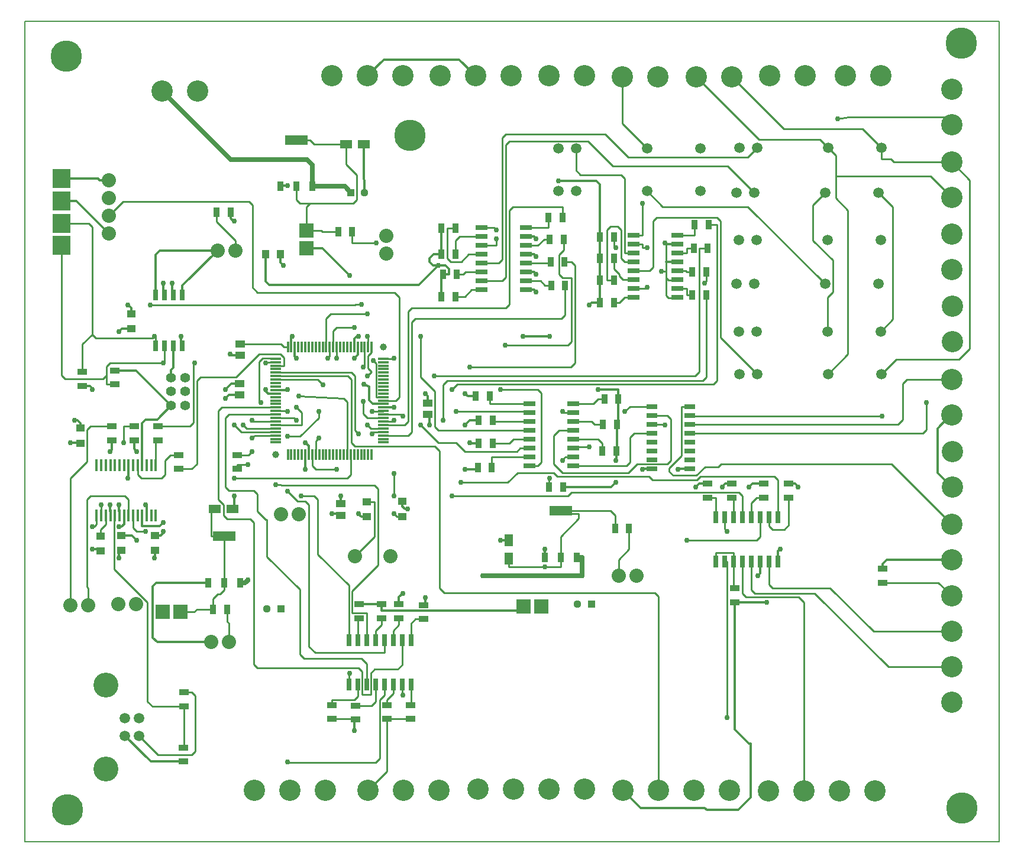
<source format=gbr>
G04 PROTEUS GERBER X2 FILE*
%TF.GenerationSoftware,Labcenter,Proteus,8.9-SP0-Build27865*%
%TF.CreationDate,2020-09-22T21:26:54+00:00*%
%TF.FileFunction,Copper,L1,Top*%
%TF.FilePolarity,Positive*%
%TF.Part,Single*%
%TF.SameCoordinates,{f185f003-b8c0-4bff-ac61-c446508f75ad}*%
%FSLAX45Y45*%
%MOMM*%
G01*
%TA.AperFunction,Conductor*%
%ADD10C,0.304800*%
%ADD11C,0.254000*%
%ADD12C,0.635000*%
%TA.AperFunction,ViaPad*%
%ADD13C,0.762000*%
%TA.AperFunction,SMDPad,CuDef*%
%ADD14R,1.498600X0.304800*%
%ADD15R,0.304800X1.498600*%
%TA.AperFunction,FiducialPad,Global*%
%ADD16C,1.000000*%
%TA.AperFunction,SMDPad,CuDef*%
%ADD17R,1.470000X1.070000*%
%ADD18R,1.016000X1.270000*%
%TA.AperFunction,WasherPad*%
%ADD19C,1.397000*%
%TA.AperFunction,ComponentPad*%
%ADD70C,2.032000*%
%TA.AperFunction,SMDPad,CuDef*%
%ADD71R,1.270000X1.016000*%
%ADD20R,0.939800X1.447800*%
%ADD21R,1.447800X0.939800*%
%TA.AperFunction,ComponentPad*%
%ADD22C,3.048000*%
%TA.AperFunction,SMDPad,CuDef*%
%ADD23R,0.700000X1.550000*%
%AMPPAD016*
4,1,36,
-0.395000,0.655000,
0.395000,0.655000,
0.409310,0.653610,
0.422550,0.649600,
0.434450,0.643230,
0.444760,0.634760,
0.453230,0.624450,
0.459600,0.612550,
0.463610,0.599310,
0.465000,0.585000,
0.465000,-0.585000,
0.463610,-0.599310,
0.459600,-0.612550,
0.453230,-0.624450,
0.444760,-0.634760,
0.434450,-0.643230,
0.422550,-0.649600,
0.409310,-0.653610,
0.395000,-0.655000,
-0.395000,-0.655000,
-0.409310,-0.653610,
-0.422550,-0.649600,
-0.434450,-0.643230,
-0.444760,-0.634760,
-0.453230,-0.624450,
-0.459600,-0.612550,
-0.463610,-0.599310,
-0.465000,-0.585000,
-0.465000,0.585000,
-0.463610,0.599310,
-0.459600,0.612550,
-0.453230,0.624450,
-0.444760,0.634760,
-0.434450,0.643230,
-0.422550,0.649600,
-0.409310,0.653610,
-0.395000,0.655000,
0*%
%TA.AperFunction,SMDPad,CuDef*%
%ADD24PPAD016*%
%AMPPAD017*
4,1,36,
-1.520000,0.655000,
1.520000,0.655000,
1.540450,0.653010,
1.559360,0.647290,
1.576360,0.638190,
1.591090,0.626090,
1.603190,0.611360,
1.612280,0.594360,
1.618010,0.575450,
1.620000,0.555000,
1.620000,-0.555000,
1.618010,-0.575450,
1.612280,-0.594360,
1.603190,-0.611360,
1.591090,-0.626090,
1.576360,-0.638190,
1.559360,-0.647290,
1.540450,-0.653010,
1.520000,-0.655000,
-1.520000,-0.655000,
-1.540450,-0.653010,
-1.559360,-0.647290,
-1.576360,-0.638190,
-1.591090,-0.626090,
-1.603190,-0.611360,
-1.612280,-0.594360,
-1.618010,-0.575450,
-1.620000,-0.555000,
-1.620000,0.555000,
-1.618010,0.575450,
-1.612280,0.594360,
-1.603190,0.611360,
-1.591090,0.626090,
-1.576360,0.638190,
-1.559360,0.647290,
-1.540450,0.653010,
-1.520000,0.655000,
0*%
%ADD25PPAD017*%
%TA.AperFunction,WasherPad*%
%ADD26R,1.120000X1.120000*%
%TA.AperFunction,ComponentPad*%
%ADD27C,1.120000*%
%TA.AperFunction,SMDPad,CuDef*%
%ADD28R,1.803400X1.244600*%
%TA.AperFunction,ComponentPad*%
%ADD29R,2.032000X2.032000*%
%TA.AperFunction,SMDPad,CuDef*%
%ADD72R,1.244600X1.803400*%
%TA.AperFunction,SMDPad,CuDef*%
%ADD73R,1.800000X0.650000*%
%ADD30R,1.520000X0.650000*%
%TA.AperFunction,ComponentPad*%
%ADD31C,1.500000*%
%TA.AperFunction,SMDPad,CuDef*%
%ADD32R,0.650000X1.800000*%
%TA.AperFunction,SMDPad,CuDef*%
%ADD33R,0.457200X1.752600*%
%TA.AperFunction,ComponentPad*%
%ADD34C,3.570000*%
%TA.AperFunction,SMDPad,CuDef*%
%ADD35R,2.500000X2.700000*%
%TA.AperFunction,OtherPad,Unknown*%
%ADD36C,4.500000*%
%TA.AperFunction,Profile*%
%ADD37C,0.203200*%
%TA.AperFunction,NonConductor*%
%ADD38C,0.203200*%
%TD.AperFunction*%
D10*
X-8110500Y+5545000D02*
X-8110500Y+6121400D01*
X-8051900Y+6180000D01*
X-7224000Y+6180000D01*
X-7729501Y+5545000D02*
X-7729500Y+5545000D01*
X-7729501Y+5674499D01*
X-7224000Y+6180000D01*
X-7718148Y-1140709D02*
X-8178291Y-1140709D01*
X-8549000Y-770000D01*
X-7359000Y+1416000D02*
X-8102600Y+1416000D01*
X-8153400Y+1365200D01*
X-8153400Y+635000D01*
X-8088400Y+570000D01*
X-7314000Y+570000D01*
X-8305000Y+2380000D02*
X-8305000Y+2235200D01*
X-8051800Y+2235200D01*
X-8001000Y+2286000D01*
X-7856500Y+4815000D02*
X-7856500Y+4503900D01*
X-7890000Y+4470400D01*
X-7890000Y+4360000D01*
X-9460000Y+7210000D02*
X-8937400Y+7210000D01*
X-8915400Y+7188000D01*
X-8780000Y+7188000D01*
X-8564999Y+2380000D02*
X-8565000Y+2380000D01*
X-8564999Y+2260600D01*
X-8603099Y+2222500D01*
X-8636000Y+2222500D01*
X-5270000Y+4800000D02*
X-5270000Y+4914900D01*
X-5231900Y+4953000D01*
X-5207000Y+4953000D01*
X-6910000Y+4110000D02*
X-7066000Y+4110000D01*
X-7112000Y+4064000D01*
X-6390000Y+4130000D02*
X-6502400Y+4130000D01*
X-6540500Y+4168100D01*
X-6540500Y+4191000D01*
X-5920000Y+3260000D02*
X-5920000Y+3380000D01*
X-5969000Y+3429000D01*
X-4580000Y+2583360D02*
X-4580000Y+2514600D01*
X-4541900Y+2476500D01*
X-4508500Y+2476500D01*
X-8120000Y+2100000D02*
X-8039100Y+2100000D01*
X-8001000Y+2138100D01*
X-8001000Y+2159000D01*
X-5130000Y+7700000D02*
X-5130000Y+7198200D01*
X-5120000Y+7188200D01*
X-5120000Y+7010000D01*
X+540500Y+1725000D02*
X+540500Y+1556500D01*
X+508000Y+1524000D01*
X-6326640Y+6130000D02*
X-6326640Y+6009140D01*
X-6286500Y+5969000D01*
X-8460000Y+5273360D02*
X-8460000Y+5359400D01*
X-8498100Y+5397500D01*
X-8509000Y+5397500D01*
X+794500Y+1725000D02*
X+794500Y+1874000D01*
X+825500Y+1905000D01*
X-5090000Y+2366640D02*
X-5168900Y+2366640D01*
X-5207000Y+2404740D01*
X-5207000Y+2413000D01*
X-7010000Y+2480000D02*
X-6985000Y+2480000D01*
X-6985000Y+2667000D01*
X-4220000Y+3994000D02*
X-4220000Y+4093000D01*
X-4254500Y+4127500D01*
X-8600000Y+1886640D02*
X-8610600Y+1886640D01*
X-8636000Y+1861240D01*
X-8636000Y+1778000D01*
X-5460000Y+2386000D02*
X-5461000Y+2386000D01*
X-5488000Y+2413000D01*
X-5588000Y+2413000D01*
X-8900000Y+1876640D02*
X-8915400Y+1876640D01*
X-8943760Y+1905000D01*
X-9017000Y+1905000D01*
X-6900000Y+4678000D02*
X-7027500Y+4678000D01*
X-7048500Y+4699000D01*
X-7856501Y+5545000D02*
X-7856500Y+5545000D01*
X-7856501Y+5588000D01*
X-7874000Y+5605499D01*
X-7874000Y+5715000D01*
X-8240000Y+2380000D02*
X-8240000Y+2525000D01*
X-8255000Y+2540000D01*
X-6329000Y+7096000D02*
X-6329000Y+7112000D01*
X-6223000Y+7112000D01*
X-8500000Y+3100000D02*
X-8500000Y+2930000D01*
X-8509000Y+2921000D01*
X-6170000Y+4800000D02*
X-6170000Y+4942500D01*
X-6159500Y+4953000D01*
X-9190000Y+3420000D02*
X-9194800Y+3420000D01*
X-9203800Y+3429000D01*
X-9334500Y+3429000D01*
X-1011000Y+3055500D02*
X-1135500Y+3055500D01*
X-1143000Y+3048000D01*
X-8759999Y+2380000D02*
X-8760000Y+2380000D01*
X-8759999Y+2438400D01*
X-8763000Y+2441401D01*
X-8763000Y+2540000D01*
X-2543000Y+1786000D02*
X-2543000Y+1803400D01*
X-2540000Y+1806400D01*
X-2540000Y+1905000D01*
X-3054000Y+2030000D02*
X-3054000Y+2057400D01*
X-3079400Y+2032000D01*
X-3175000Y+2032000D01*
X-8700000Y+4460000D02*
X-8390000Y+4460000D01*
X-7890000Y+3960000D01*
X-8305000Y+3100000D02*
X-8305000Y+3708400D01*
X-8254200Y+3759200D01*
X-8090800Y+3759200D01*
X-7890000Y+3960000D01*
X-9460000Y+6890000D02*
X-9244000Y+6890000D01*
X-8780000Y+6426000D01*
X-6910000Y+4274000D02*
X-7029000Y+4274000D01*
X-7112000Y+4191000D01*
X-8600000Y+2100000D02*
X-8450000Y+2100000D01*
X-8382000Y+2032000D01*
X-3490000Y+3750000D02*
X-3616000Y+3750000D01*
X-3683000Y+3683000D01*
X+590000Y+2840000D02*
X+427000Y+2840000D01*
X+381000Y+2794000D01*
X-4630000Y+1110000D02*
X-4630000Y+1212000D01*
X-4572000Y+1270000D01*
X-5220000Y+4800000D02*
X-5220000Y+4686000D01*
X-5270500Y+4635500D01*
X-210000Y+2840000D02*
X-335000Y+2840000D01*
X-381000Y+2794000D01*
X-8460000Y+5060000D02*
X-8592500Y+5060000D01*
X-8636000Y+5016500D01*
X-7040000Y+6730000D02*
X-7040000Y+6642100D01*
X-7001900Y+6604000D01*
X-6985000Y+6604000D01*
X-8120000Y+1886640D02*
X-8120000Y+1786000D01*
X-8128000Y+1778000D01*
X-8420000Y+3460000D02*
X-8420000Y+3340000D01*
X-8382000Y+3302000D01*
X+130000Y+2840000D02*
X+38100Y+2840000D01*
X+0Y+2801900D01*
X+0Y+2794000D01*
X+950000Y+2840000D02*
X+1041400Y+2840000D01*
X+1079500Y+2801900D01*
X+1079500Y+2794000D01*
X-3530000Y+4090000D02*
X-3645500Y+4090000D01*
X-3683000Y+4127500D01*
X-5250000Y-540000D02*
X-5283200Y-540000D01*
X-5270500Y-552700D01*
X-5270500Y-698500D01*
X-4220000Y+3830000D02*
X-4191000Y+3830000D01*
X-4191000Y+3683000D01*
X-2815000Y+5869500D02*
X-2694500Y+5869500D01*
X-2667000Y+5842000D01*
X-2815000Y+6123500D02*
X-2694500Y+6123500D01*
X-2667000Y+6096000D01*
X-2815000Y+6377500D02*
X-2694500Y+6377500D01*
X-2667000Y+6350000D01*
X-2815000Y+5615500D02*
X-2694500Y+5615500D01*
X-2667000Y+5588000D01*
X-3500000Y+3070000D02*
X-3500000Y+3048000D01*
X-3683000Y+3048000D01*
X-6120000Y+4800000D02*
X-6120000Y+4659500D01*
X-6096000Y+4635500D01*
X-8740000Y+3460000D02*
X-8740000Y+3325000D01*
X-8763000Y+3302000D01*
X-7983500Y+5545000D02*
X-7983500Y+5588000D01*
X-8001000Y+5605500D01*
X-8001000Y+5715000D01*
X-4280000Y+1100000D02*
X-4241800Y+1100000D01*
X-4254500Y+1112700D01*
X-4254500Y+1206500D01*
X-7729500Y+4815000D02*
X-7729500Y+4851400D01*
X-7747000Y+4868900D01*
X-7747000Y+4953000D01*
X-9190000Y+3633360D02*
X-9190000Y+3708400D01*
X-9228100Y+3746500D01*
X-9271000Y+3746500D01*
X-6390000Y+4180000D02*
X-6234000Y+4180000D01*
X-6223000Y+4191000D01*
X-9160000Y+4240000D02*
X-9055100Y+4240000D01*
X-9017000Y+4201900D01*
X-9017000Y+4191000D01*
X-3490000Y+3420000D02*
X-3610500Y+3420000D01*
X-3619500Y+3429000D01*
X-4850000Y+3930000D02*
X-4706000Y+3930000D01*
X-4699000Y+3937000D01*
X-8629999Y+2380000D02*
X-8630000Y+2380000D01*
X-8629999Y+2438400D01*
X-8636000Y+2444401D01*
X-8636000Y+2540000D01*
X-5970000Y+3260000D02*
X-5970000Y+3049000D01*
X-5969000Y+3048000D01*
X-5460000Y+2550000D02*
X-5486400Y+2550000D01*
X-5461000Y+2575400D01*
X-5461000Y+2667000D01*
D11*
X-5899200Y+6858000D02*
X-6049200Y+6858000D01*
X-6100000Y+6908800D01*
X-6100000Y+7096000D01*
X-5950000Y+6464000D02*
X-5950000Y+6807200D01*
X-5899200Y+6858000D01*
X-5390000Y+7700000D02*
X-5390000Y+7416800D01*
X-5232400Y+7259200D01*
X-5232400Y+6908800D01*
X-5283200Y+6858000D01*
X-5899200Y+6858000D01*
X-5390000Y+7700000D02*
X-5842000Y+7700000D01*
X-5906000Y+7764000D01*
X-6100000Y+7764000D01*
X-5950000Y+6464000D02*
X-5740400Y+6464000D01*
X-5726400Y+6450000D01*
X-5500000Y+6450000D01*
X-7130000Y+1416000D02*
X-7130000Y+1319640D01*
X-7188200Y+1261440D01*
X-7222360Y+1261440D01*
X-7290000Y+1193800D01*
X-7290000Y+1040000D01*
X-7130000Y+2084000D02*
X-7319940Y+2084000D01*
X-7319940Y+2480000D01*
X-7270000Y+2480000D01*
X-7290000Y+1040000D02*
X-7518400Y+1040000D01*
X-7558400Y+1000000D01*
X-7756000Y+1000000D01*
X-7130000Y+1416000D02*
X-7130000Y+2084000D01*
X-7090000Y+1040000D02*
X-7090000Y+868200D01*
X-7060000Y+838200D01*
X-7060000Y+570000D01*
X-4953000Y+6286500D02*
X-5300000Y+6286500D01*
X-5300000Y+6450000D01*
X-6900000Y+4842000D02*
X-6315800Y+4842000D01*
X-6273800Y+4800000D01*
X-6220000Y+4800000D01*
X-7240000Y+6730000D02*
X-7240000Y+6594600D01*
X-6970000Y+6324600D01*
X-6970000Y+6180000D01*
X-1397000Y+3873500D02*
X-1326000Y+3944500D01*
X-1011000Y+3944500D01*
X-2286000Y+3873500D02*
X-2270000Y+3857500D01*
X-2135000Y+3857500D01*
X-1011000Y+3817500D02*
X-787400Y+3817500D01*
X-736600Y+3766700D01*
X-736600Y+3175000D01*
X-792600Y+3119000D01*
X-1224400Y+3119000D01*
X-1346200Y+2997200D01*
X-2286000Y+2997200D01*
X-2413000Y+3124200D01*
X-2413000Y+3530600D01*
X-2340100Y+3603500D01*
X-2135000Y+3603500D01*
X-1905000Y+3365500D02*
X-2066800Y+3365500D01*
X-2082800Y+3349500D01*
X-2135000Y+3349500D01*
X-825500Y+3683000D02*
X-833000Y+3690500D01*
X-1011000Y+3690500D01*
X-2135000Y+3095500D02*
X-1371600Y+3095500D01*
X-1320800Y+3146300D01*
X-1320800Y+3505200D01*
X-1262500Y+3563500D01*
X-1011000Y+3563500D01*
X-2765000Y+3984500D02*
X-3330000Y+3984500D01*
X-3330000Y+4090000D01*
X-2765000Y+3730500D02*
X-3290000Y+3730500D01*
X-3290000Y+3750000D01*
X-2765000Y+3476500D02*
X-2991500Y+3476500D01*
X-3048000Y+3420000D01*
X-3290000Y+3420000D01*
X-2765000Y+3222500D02*
X-3300000Y+3222500D01*
X-3300000Y+3070000D01*
X-2135000Y+3984500D02*
X-1843500Y+3984500D01*
X-1778000Y+4050000D01*
X-1690000Y+4050000D01*
X-2135000Y+3730500D02*
X-1869300Y+3730500D01*
X-1828800Y+3690000D01*
X-1710000Y+3690000D01*
X-2135000Y+3476500D02*
X-1778000Y+3476500D01*
X-1720000Y+3418500D01*
X-1720000Y+3310000D01*
X-2286000Y+3175000D02*
X-2286000Y+3184400D01*
X-2247900Y+3222500D01*
X-2135000Y+3222500D01*
X-2476500Y+2921000D02*
X-2480000Y+2917500D01*
X-2480000Y+2790000D01*
X-1079500Y+5651500D02*
X-1098500Y+5632500D01*
X-1275000Y+5632500D01*
X-1275000Y+5886500D02*
X-1041400Y+5886500D01*
X-990600Y+5937300D01*
X-990600Y+6604000D01*
X-939800Y+6654800D01*
X-76200Y+6654800D01*
X-25400Y+6604000D01*
X-25400Y+4933400D01*
X+498000Y+4410000D01*
X-1275000Y+6140500D02*
X-1397000Y+6140500D01*
X-1397000Y+7213600D01*
X-1447800Y+7264400D01*
X-2032000Y+7264400D01*
X-2092000Y+7324400D01*
X-2092000Y+7640000D01*
X-1143000Y+6858000D02*
X-1143000Y+6394500D01*
X-1275000Y+6394500D01*
X-645000Y+5632500D02*
X-508000Y+5632500D01*
X-508000Y+5540000D01*
X-430000Y+5540000D01*
X-645000Y+5886500D02*
X-524500Y+5886500D01*
X-508000Y+5870000D01*
X-430000Y+5870000D01*
X-645000Y+6140500D02*
X-508000Y+6140500D01*
X-508000Y+6210000D01*
X-410000Y+6210000D01*
X-645000Y+6394500D02*
X-400000Y+6394500D01*
X-400000Y+6550000D01*
X-1275000Y+5505500D02*
X-1397700Y+5505500D01*
X-1473200Y+5430000D01*
X-1550000Y+5430000D01*
X-1275000Y+5759500D02*
X-1422400Y+5759500D01*
X-1473200Y+5810300D01*
X-1473200Y+5841400D01*
X-1550000Y+5918200D01*
X-1550000Y+6070000D01*
X-1275000Y+6013500D02*
X-1397000Y+6013500D01*
X-1447800Y+6064300D01*
X-1447800Y+6477000D01*
X-1498600Y+6527800D01*
X-1600200Y+6527800D01*
X-1651000Y+6477000D01*
X-1651000Y+5750000D01*
X-1550000Y+5750000D01*
X-1524000Y+6223000D02*
X-1550000Y+6249000D01*
X-1550000Y+6370000D01*
X-1079500Y+6223000D02*
X-1143000Y+6223000D01*
X-1143000Y+6267500D01*
X-1275000Y+6267500D01*
X+159500Y+1725000D02*
X+159500Y+1347100D01*
X+152400Y+1340000D01*
X+180000Y+1340000D01*
X+159500Y+1725000D02*
X+159500Y+1854200D01*
X-94500Y+1854200D01*
X-94500Y+1725000D01*
X-94500Y+2355000D02*
X-94500Y+2640000D01*
X-210000Y+2640000D01*
X+159500Y+2355000D02*
X+159500Y+2640000D01*
X+130000Y+2640000D01*
X+413500Y+2355000D02*
X+413500Y+2565400D01*
X+488100Y+2640000D01*
X+590000Y+2640000D01*
X+667500Y+2355000D02*
X+667500Y+2235200D01*
X+718300Y+2184400D01*
X+889000Y+2184400D01*
X+950000Y+2245400D01*
X+950000Y+2640000D01*
X-3445000Y+5742500D02*
X-3149600Y+5742500D01*
X-3098800Y+5793300D01*
X-3098800Y+7696200D01*
X-3048000Y+7747000D01*
X-1924789Y+7747000D01*
X-1568377Y+7390588D01*
X+77412Y+7390588D01*
X+458000Y+7010000D01*
X-3445000Y+5996500D02*
X-3200400Y+5996500D01*
X-3149600Y+6047300D01*
X-3149600Y+7797800D01*
X-3098800Y+7848600D01*
X-1676400Y+7848600D01*
X-1346200Y+7518400D01*
X+366400Y+7518400D01*
X+498000Y+7650000D01*
X-3238500Y+6350000D02*
X-3238500Y+6250500D01*
X-3445000Y+6250500D01*
X-3238500Y+6477000D02*
X-3266000Y+6504500D01*
X-3445000Y+6504500D01*
X-2815000Y+5742500D02*
X-2602500Y+5742500D01*
X-2540000Y+5680000D01*
X-2450000Y+5680000D01*
X-2815000Y+5996500D02*
X-2460000Y+5996500D01*
X-2460000Y+6020000D01*
X-2815000Y+6250500D02*
X-2641600Y+6250500D01*
X-2552100Y+6340000D01*
X-2470000Y+6340000D01*
X-2815000Y+6504500D02*
X-2490000Y+6504500D01*
X-2490000Y+6650000D01*
X-3445000Y+5615500D02*
X-3587500Y+5615500D01*
X-3683000Y+5520000D01*
X-3820000Y+5520000D01*
X-3445000Y+5869500D02*
X-3678900Y+5869500D01*
X-3708400Y+5840000D01*
X-3800000Y+5840000D01*
X-3445000Y+6123500D02*
X-3630100Y+6123500D01*
X-3733800Y+6019800D01*
X-3886200Y+6019800D01*
X-3937000Y+6070600D01*
X-3937000Y+6500000D01*
X-3820000Y+6500000D01*
X-3445000Y+6377500D02*
X-3759200Y+6377500D01*
X-3820000Y+6316700D01*
X-3820000Y+6130000D01*
X+2290000Y+1420000D02*
X+3090000Y+1420000D01*
X+3280000Y+1230000D01*
X-4455500Y+595000D02*
X-4455500Y+838200D01*
X-4393700Y+900000D01*
X-4280000Y+900000D01*
X-4709501Y+595000D02*
X-4709500Y+595000D01*
X-4709501Y+736600D01*
X-4630000Y+816101D01*
X-4630000Y+910000D01*
X-4963500Y+595000D02*
X-4963500Y+736600D01*
X-4880000Y+820100D01*
X-4880000Y+910000D01*
X-5217500Y+595000D02*
X-5217500Y+910000D01*
X-5200000Y+910000D01*
X-4455500Y-35000D02*
X-4455500Y-330000D01*
X-4460000Y-330000D01*
X-4709500Y-35000D02*
X-4709500Y-163500D01*
X-4800000Y-254000D01*
X-4800000Y-330000D01*
X-4963499Y-35000D02*
X-4963500Y-35000D01*
X-4963499Y-279400D01*
X-5024099Y-340000D01*
X-5250000Y-340000D01*
X-5217500Y-35000D02*
X-5217500Y-203200D01*
X-5268300Y-254000D01*
X-5590000Y-254000D01*
X-5590000Y-330000D01*
X-2314000Y+1786000D02*
X-2314000Y+2082800D01*
X-2057400Y+2339400D01*
X-2057400Y+2413360D01*
X-2314000Y+2413360D01*
X-2314000Y+2454000D01*
X-1602400Y+2454000D01*
X-1536000Y+2387600D01*
X-1536000Y+2200000D01*
X-2540000Y+1651000D02*
X-3054000Y+1651000D01*
X-3054000Y+1770000D01*
X-2314000Y+1786000D02*
X-2314000Y+1651000D01*
X-2413000Y+1651000D01*
X-2540000Y+1651000D01*
X-1336000Y+2200000D02*
X-1336000Y+1900600D01*
X-1484000Y+1752600D01*
X-1484000Y+1520000D01*
X-8110000Y+3100000D02*
X-8110000Y+3460000D01*
X-8080000Y+3460000D01*
X-8370000Y+3100000D02*
X-8370000Y+2971800D01*
X-8319200Y+2921000D01*
X-8026400Y+2921000D01*
X-7975600Y+2971800D01*
X-7975600Y+3175000D01*
X-7900600Y+3250000D01*
X-7780000Y+3250000D01*
X-8255000Y+2159000D02*
X-8384200Y+2159000D01*
X-8435000Y+2209800D01*
X-8435000Y+2380000D01*
X-8500000Y+2380000D02*
X-8500000Y+2616200D01*
X-8550800Y+2667000D01*
X-9042400Y+2667000D01*
X-9093200Y+2616200D01*
X-9093200Y+1363400D01*
X-9076000Y+1346200D01*
X-9076000Y+1100000D01*
X-8824999Y+2380000D02*
X-8825000Y+2380000D01*
X-8824999Y+2259401D01*
X-8900000Y+2184400D01*
X-8900000Y+2090000D01*
X-8572500Y+3429000D02*
X-8572500Y+3660000D01*
X-8420000Y+3660000D01*
X-8740000Y+3660000D02*
X-9042400Y+3660000D01*
X-9093200Y+3609200D01*
X-9093200Y+3157800D01*
X-9330000Y+2921000D01*
X-9330000Y+1100000D01*
X-7708148Y-150709D02*
X-7594600Y-150709D01*
X-7543800Y-201509D01*
X-7543800Y-990600D01*
X-7594600Y-1041400D01*
X-8077600Y-1041400D01*
X-8349000Y-770000D01*
X-4800000Y-530001D02*
X-4800000Y-530000D01*
X-5070000Y-1550000D02*
X-4800000Y-1280000D01*
X-4800000Y-530001D01*
X-4699000Y-530001D01*
X-4698999Y-530000D01*
X-4460000Y-530000D01*
D10*
X-2844000Y+1080000D02*
X-2901470Y+1022530D01*
X-4880000Y+1022530D01*
X-4880000Y+1110000D01*
X-3532000Y+8680000D02*
X-3767400Y+8915400D01*
X-4846600Y+8915400D01*
X-5082000Y+8680000D01*
X-1750000Y+5750000D02*
X-1750000Y+6070000D01*
X-1750000Y+5430000D02*
X-1750000Y+5750000D01*
X-4880000Y+1110000D02*
X-5080000Y+1110000D01*
X-5080001Y+1109999D01*
X-5200000Y+1109999D01*
X-5200000Y+1110000D01*
X-1750000Y+6370000D02*
X-1750000Y+6070000D01*
X-1750000Y+6370000D02*
X-1750000Y+7122100D01*
X-1803400Y+7175500D01*
X-2349500Y+7175500D01*
X-2476500Y+4953000D02*
X-2857500Y+4953000D01*
X-1750000Y+5430000D02*
X-1872500Y+5430000D01*
X-1905000Y+5397500D01*
X-4064000Y+5969000D02*
X-4343400Y+5689600D01*
X-6489200Y+5689600D01*
X-6540000Y+5740400D01*
X-6540000Y+6130000D01*
X-1490000Y+4050000D02*
X-1490000Y+4191000D01*
X-1778000Y+4191000D01*
X-4020000Y+6130000D02*
X-4131600Y+6130000D01*
X-4191000Y+6070600D01*
X-4191000Y+6019800D01*
X-4140200Y+5969000D01*
X-4064000Y+5969000D01*
X-4000000Y+5840000D02*
X-3911600Y+5840000D01*
X-3911600Y+5918200D01*
X-3962400Y+5969000D01*
X-4064000Y+5969000D01*
X-1490000Y+4050000D02*
X-1490000Y+3728400D01*
X-1510000Y+3708400D01*
X-1510000Y+3690000D01*
X-4000000Y+5840000D02*
X-4020000Y+5840000D01*
X-4020000Y+5520000D01*
X-1510000Y+3690000D02*
X-1510000Y+3337400D01*
X-1520000Y+3327400D01*
X-1520000Y+3310000D01*
X-4020000Y+6130000D02*
X-4020000Y+6500000D01*
X-1524000Y+2857500D02*
X-1591500Y+2790000D01*
X-2280000Y+2790000D01*
X+180000Y+1140000D02*
X+632000Y+1140000D01*
X+635000Y+1143000D01*
X-1520000Y+3310000D02*
X-1520000Y+3179000D01*
X-1524000Y+3175000D01*
X-635000Y+3048000D02*
X-627500Y+3055500D01*
X-469000Y+3055500D01*
D11*
X+63500Y-508000D02*
X+63500Y+1725000D01*
X+32500Y+1725000D01*
X+667500Y+1725000D02*
X+667500Y+1397000D01*
X+718300Y+1346200D01*
X+1537657Y+1346200D01*
X+2161857Y+722000D01*
X+3280000Y+722000D01*
X+286500Y+1725000D02*
X+286500Y+1270000D01*
X+337300Y+1219200D01*
X+1092200Y+1219200D01*
X+1168000Y+1143400D01*
X+1168000Y-1560000D01*
X-6731000Y+3746500D02*
X-6714500Y+3730000D01*
X-6390000Y+3730000D01*
X-5207000Y+3556000D02*
X-5257800Y+3606800D01*
X-5257800Y+4379200D01*
X-5308600Y+4430000D01*
X-6390000Y+4430000D01*
X-5715000Y+4254500D02*
X-5790500Y+4330000D01*
X-6390000Y+4330000D01*
X-508000Y+2032000D02*
X+489700Y+2032000D01*
X+540500Y+2082800D01*
X+540500Y+2355000D01*
X-5270500Y+5080000D02*
X-5519200Y+5080000D01*
X-5570000Y+5029200D01*
X-5570000Y+4800000D01*
X-6390000Y+4380000D02*
X-5359400Y+4380000D01*
X-5308600Y+4329200D01*
X-5308600Y+3429000D01*
X-5257800Y+3378200D01*
X-4114800Y+3378200D01*
X-4046852Y+3310252D01*
X-4046852Y+1346200D01*
X-3978867Y+1278215D01*
X-965200Y+1278215D01*
X-912000Y+1225015D01*
X-912000Y-1550000D01*
X-6604000Y+4000500D02*
X-6629400Y+4025900D01*
X-6629400Y+4587240D01*
X-6578600Y+4638040D01*
X-6390000Y+4638040D01*
X-6390000Y+4630000D01*
X+413500Y+1725000D02*
X+413500Y+1320800D01*
X+464300Y+1270000D01*
X+1323302Y+1270000D01*
X+2379302Y+214000D01*
X+3280000Y+214000D01*
X-5080000Y+5270500D02*
X-5606500Y+5270500D01*
X-5670000Y+5207000D01*
X-5670000Y+4800000D01*
X+63500Y+2159000D02*
X+32500Y+2190000D01*
X+32500Y+2355000D01*
X-3873500Y+2667000D02*
X-2209800Y+2667000D01*
X-2159000Y+2717800D01*
X+235700Y+2717800D01*
X+286500Y+2667000D01*
X+286500Y+2355000D01*
X-5651500Y+4635500D02*
X-5620000Y+4667000D01*
X-5620000Y+4800000D01*
X-6731000Y+3492500D02*
X-6693500Y+3530000D01*
X-6390000Y+3530000D01*
X-6731000Y+3302000D02*
X-6783000Y+3250000D01*
X-6940000Y+3250000D01*
X-6985000Y+3683000D02*
X-6882000Y+3580000D01*
X-6390000Y+3580000D01*
X-6858000Y+3683000D02*
X-6805000Y+3630000D01*
X-6390000Y+3630000D01*
X+2286000Y+3810000D02*
X-424300Y+3810000D01*
X-431800Y+3817500D01*
X-469000Y+3817500D01*
X+2921000Y+4000500D02*
X+2921000Y+3614300D01*
X+2870200Y+3563500D01*
X-469000Y+3563500D01*
X-5090500Y-35000D02*
X-5090499Y-35000D01*
X-6096000Y+3746500D02*
X-6129500Y+3780000D01*
X-6390000Y+3780000D01*
X-5334000Y+127000D02*
X-5344500Y+116500D01*
X-5344500Y-35000D01*
X-6390000Y+3930000D02*
X-7162800Y+3930000D01*
X-7213600Y+3879200D01*
X-7213600Y+2616200D01*
X-7137400Y+2540000D01*
X-7137400Y+2387600D01*
X-7086600Y+2336800D01*
X-6756400Y+2336800D01*
X-6705600Y+2286000D01*
X-6705600Y+254000D01*
X-6654800Y+203200D01*
X-5207000Y+203200D01*
X-5156200Y+152400D01*
X-5156200Y-177800D01*
X-5029200Y-177800D01*
X-5029200Y+127000D01*
X-4977014Y+179186D01*
X-4648200Y+179186D01*
X-4582500Y+244886D01*
X-4582500Y+595000D01*
X-4836500Y+595000D02*
X-4836501Y+595000D01*
X-4572000Y-190500D02*
X-4582500Y-180000D01*
X-4582500Y-35000D01*
X-6223000Y-1143000D02*
X-6214048Y-1151952D01*
X-4961952Y-1151952D01*
X-4902200Y-1092200D01*
X-4902200Y-254000D01*
X-4836500Y-188300D01*
X-4836500Y-35000D01*
X-4318000Y+4953000D02*
X-4318000Y+4368800D01*
X-4114800Y+4165600D01*
X-4114800Y+3654300D01*
X-4064000Y+3603500D01*
X-2765000Y+3603500D01*
X-5080000Y+4953000D02*
X-5070000Y+4943000D01*
X-5070000Y+4800000D01*
X-4318000Y+3683000D02*
X-4064000Y+3429000D01*
X-3810000Y+3429000D01*
X-3683000Y+3302000D01*
X-2943100Y+3302000D01*
X-2895600Y+3349500D01*
X-2765000Y+3349500D01*
X-3175000Y+4191000D02*
X-2641600Y+4191000D01*
X-2590800Y+4140200D01*
X-2590800Y+3146300D01*
X-2641600Y+3095500D01*
X-2765000Y+3095500D01*
X-4699000Y+4635500D02*
X-4704500Y+4630000D01*
X-4850000Y+4630000D01*
X-7708148Y-350709D02*
X-8158291Y-350709D01*
X-8229600Y-279400D01*
X-8229600Y+1143000D01*
X-8702040Y+1615440D01*
X-8702040Y+2380000D01*
X-8695000Y+2380000D01*
X-8694999Y+2380000D01*
X-7708148Y-350709D02*
X-7708148Y-928761D01*
X-7696200Y-940709D01*
X-7718148Y-940709D01*
X-6540500Y+4572000D02*
X-6532500Y+4580000D01*
X-6390000Y+4580000D01*
X-7556500Y+4572000D02*
X-7569200Y+4559300D01*
X-7569200Y+3710800D01*
X-7620000Y+3660000D01*
X-8080000Y+3660000D01*
X-4850000Y+4030000D02*
X-4673600Y+4030000D01*
X-4622800Y+4080800D01*
X-4622800Y+5511800D01*
X-4688969Y+5577969D01*
X-6654800Y+5577969D01*
X-6726035Y+5649204D01*
X-6726035Y+6832600D01*
X-6776835Y+6883400D01*
X-8576600Y+6883400D01*
X-8780000Y+6680000D01*
X+1474000Y+7010000D02*
X+1295400Y+6831400D01*
X+1295400Y+6324600D01*
X+1580950Y+6039050D01*
X+1580950Y+5588000D01*
X+1504000Y+5511050D01*
X+1504000Y+5020000D01*
X+2236000Y+7010000D02*
X+2438400Y+6807600D01*
X+2438400Y+5192400D01*
X+2266000Y+5020000D01*
X+1514000Y+7650000D02*
X+1391600Y+7772400D01*
X+527600Y+7772400D01*
X-370000Y+8670000D01*
X+2276000Y+7650000D02*
X+2001200Y+7924800D01*
X+883200Y+7924800D01*
X+138000Y+8670000D01*
X-1076000Y+7640000D02*
X-1430000Y+7994000D01*
X-1430000Y+8670000D01*
X+1474000Y+5700000D02*
X+366800Y+6807200D01*
X-853200Y+6807200D01*
X-1076000Y+7030000D01*
X-8813800Y+4394200D02*
X-8864600Y+4343400D01*
X-9409200Y+4343400D01*
X-9460000Y+4394200D01*
X-9460000Y+6250000D01*
X-8001000Y+4572000D02*
X-8763000Y+4572000D01*
X-8813800Y+4521200D01*
X-8813800Y+4394200D01*
X-8813800Y+4260000D01*
X-8700000Y+4260000D01*
X-8001000Y+4572000D02*
X-7988300Y+4584700D01*
X-7988300Y+4815000D01*
X-7983500Y+4815000D01*
X-7983499Y+4815000D01*
X-9017000Y+4978400D02*
X-9017000Y+6519200D01*
X-9067800Y+6570000D01*
X-9460000Y+6570000D01*
X-6985000Y+2921000D02*
X-5370800Y+2921000D01*
X-5320000Y+2971800D01*
X-5320000Y+3260000D01*
X-9017000Y+4978400D02*
X-9160000Y+4835400D01*
X-9160000Y+4440000D01*
X-8128000Y+4953000D02*
X-8153400Y+4927600D01*
X-8966200Y+4927600D01*
X-9017000Y+4978400D01*
X-8128000Y+4953000D02*
X-8110499Y+4935499D01*
X-8110500Y+4815000D01*
X-8110499Y+4815000D01*
X-2250000Y+5680000D02*
X-2250000Y+5257800D01*
X-2300800Y+5207000D01*
X-4394200Y+5207000D01*
X-4445000Y+5156200D01*
X-4445000Y+3581400D01*
X-4496400Y+3530000D01*
X-4850000Y+3530000D01*
X-3619500Y+4508500D02*
X-2171700Y+4508500D01*
X-2108200Y+4572000D01*
X-2108200Y+5969200D01*
X-2159000Y+6020000D01*
X-2260000Y+6020000D01*
X-5016500Y+3556000D02*
X-4992500Y+3580000D01*
X-4850000Y+3580000D01*
X-3111500Y+4826000D02*
X-2209800Y+4826000D01*
X-2159000Y+4876800D01*
X-2159000Y+5791200D01*
X-2286000Y+5791200D01*
X-2336800Y+5842000D01*
X-2336800Y+6121400D01*
X-2270000Y+6188200D01*
X-2270000Y+6340000D01*
X-5080000Y+3683000D02*
X-5027000Y+3630000D01*
X-4850000Y+3630000D01*
X-4850000Y+3680000D02*
X-4546600Y+3680000D01*
X-4495800Y+3730800D01*
X-4495800Y+5308600D01*
X-4445000Y+5359400D01*
X-3098800Y+5359400D01*
X-3048000Y+5410200D01*
X-3048000Y+6756400D01*
X-2997200Y+6807200D01*
X-2290000Y+6807200D01*
X-2290000Y+6650000D01*
X-4000500Y+3746500D02*
X-4000500Y+4254500D01*
X-3937000Y+4318000D01*
X-280800Y+4318000D01*
X-230000Y+4368800D01*
X-230000Y+5540000D01*
X-4699000Y+3746500D02*
X-4715500Y+3730000D01*
X-4850000Y+3730000D01*
X-4127500Y+4381500D02*
X-393700Y+4381500D01*
X-330200Y+4445000D01*
X-330200Y+6210000D01*
X-210000Y+6210000D01*
X-4572000Y+3810000D02*
X-4592000Y+3830000D01*
X-4850000Y+3830000D01*
X-3873500Y+4191000D02*
X-3797300Y+4267200D01*
X-127000Y+4267200D01*
X-76200Y+4318000D01*
X-76200Y+6550000D01*
X-200000Y+6550000D01*
X-5016500Y+3873500D02*
X-4850000Y+3873500D01*
X-4850000Y+3880000D01*
X-6390000Y+4530000D02*
X-6273800Y+4530000D01*
X-6273800Y+4648200D01*
X-6324600Y+4699000D01*
X-6629400Y+4699000D01*
X-6959600Y+4368800D01*
X-7467600Y+4368800D01*
X-7518400Y+4318000D01*
X-7518400Y+3124200D01*
X-7592600Y+3050000D01*
X-7780000Y+3050000D01*
X-8890000Y+2540000D02*
X-8890000Y+2438401D01*
X-8889999Y+2438400D01*
X-8890000Y+2380000D01*
X-8889999Y+2380000D01*
X-9017000Y+2222500D02*
X-8993099Y+2222500D01*
X-8954999Y+2260600D01*
X-8955000Y+2380000D01*
X-8954999Y+2380000D01*
D12*
X-5871000Y+7096000D02*
X-5871000Y+7407832D01*
X-5943600Y+7480432D01*
X-7036770Y+7480432D01*
X-8019423Y+8463085D01*
X-5871000Y+7096000D02*
X-5406000Y+7096000D01*
X-5320000Y+7010000D01*
X-2006600Y+1524000D02*
X-2006600Y+1786000D01*
X-2085000Y+1786000D01*
X-3429000Y+1524000D02*
X-2006600Y+1524000D01*
X-6794500Y+1460500D02*
X-6794500Y+1454100D01*
X-6832600Y+1416000D01*
X-6901000Y+1416000D01*
D11*
X-5260000Y+1800000D02*
X-4978400Y+2081600D01*
X-4978400Y+2580000D01*
X-5090000Y+2580000D01*
X-5524500Y+3048000D02*
X-5819200Y+3048000D01*
X-5870000Y+3098800D01*
X-5870000Y+3260000D01*
X-4699000Y+2667000D02*
X-4699000Y+2984500D01*
X-4699000Y+2413000D02*
X-4699000Y+2408100D01*
X-4660900Y+2370000D01*
X-4580000Y+2370000D01*
X-5590000Y-530000D02*
X-5562600Y-530000D01*
X-5260000Y-530000D01*
X-5250000Y-540000D01*
D10*
X-5334822Y+5820956D02*
X-5723866Y+6210000D01*
X-5950000Y+6210000D01*
D11*
X-806500Y+6013500D02*
X-806500Y+6267500D01*
D10*
X-645000Y+6267500D02*
X-806500Y+6267500D01*
X-825500Y+6286500D01*
X-645000Y+6013500D02*
X-806500Y+6013500D01*
D11*
X-806500Y+5810000D02*
X-806500Y+5786500D01*
X-806500Y+5536500D01*
X-770000Y+5500000D01*
X-650500Y+5500000D01*
X-645000Y+5505500D01*
X-806500Y+5786500D02*
X-770000Y+5750000D01*
X-654500Y+5750000D01*
X-645000Y+5759500D01*
X-806500Y+5880000D02*
X-870000Y+5880000D01*
X-806500Y+6013500D02*
X-806500Y+5880000D01*
X-806500Y+5810000D01*
D10*
X+3280000Y+1750000D02*
X+2352000Y+1750000D01*
X+2290000Y+1688000D01*
X+2290000Y+1620000D01*
D11*
X-469000Y+3690500D02*
X+2514600Y+3690500D01*
X+2579183Y+3755083D01*
X+2579183Y+4268800D01*
X+2638383Y+4328000D01*
X+3280000Y+4328000D01*
D10*
X+3290000Y+2790000D02*
X+3280000Y+2790000D01*
X+3078800Y+2991200D01*
X+3078800Y+3628800D01*
X+3270000Y+3820000D01*
X+3280000Y+3820000D01*
D11*
X+2276000Y+7650000D02*
X+2276000Y+7490000D01*
X+2413000Y+7490000D01*
X+2455000Y+7448000D01*
X+3280000Y+7448000D01*
X+1651000Y+8064500D02*
X+1810000Y+8090000D01*
X+3170000Y+8090000D01*
X+3280000Y+7980000D01*
X+1625600Y+7240000D02*
X+2980000Y+7240000D01*
X+3280000Y+6940000D01*
X+1514000Y+7650000D02*
X+1625600Y+7538400D01*
X+1625600Y+7240000D01*
X+3280000Y+7448000D02*
X+3540600Y+7187400D01*
X+3540600Y+4775200D01*
X+3385400Y+4620000D01*
X+2486000Y+4620000D01*
X+2276000Y+4410000D01*
X-5520000Y+4800000D02*
X-5520000Y+4622800D01*
X-5524500Y+4622800D01*
X-5524500Y+4635500D01*
X-3746500Y+2857500D02*
X-3073400Y+2857500D01*
X-2933700Y+2997200D01*
X-2413000Y+2997200D01*
X-2362200Y+2946400D01*
X-1050000Y+2946400D01*
X-998739Y+2895139D01*
X-369455Y+2895139D01*
X-318194Y+2946400D01*
X+743700Y+2946400D01*
X+794500Y+2895600D01*
X+794500Y+2355000D01*
X-469000Y+3944500D02*
X-584200Y+3944500D01*
X-584200Y+3240000D01*
X-761604Y+3062596D01*
X-761604Y+3010476D01*
X-707780Y+2956652D01*
X-372017Y+2956652D01*
X-248669Y+3080000D01*
X-60000Y+3080000D01*
X-20000Y+3120000D01*
X+2418000Y+3120000D01*
X+3280000Y+2258000D01*
D10*
X-1420000Y-1550000D02*
X-1166600Y-1803400D01*
X-254000Y-1803400D01*
X-223444Y-1833956D01*
X+224615Y-1833956D01*
X+406043Y-1652528D01*
X+406043Y-884946D01*
X+381346Y-884946D01*
X+180000Y-683600D01*
X+180000Y+1140000D01*
D11*
X-6390000Y+3830000D02*
X-7061200Y+3830000D01*
X-7112000Y+3779200D01*
X-7112000Y+2794000D01*
X-7061200Y+2743200D01*
X-6705600Y+2743200D01*
X-6654800Y+2692400D01*
X-6654800Y+2440000D01*
X-6538077Y+2323277D01*
X-6520745Y+2323277D01*
X-6520745Y+1794112D01*
X-6048023Y+1321390D01*
X-6048023Y+397112D01*
X-5984523Y+333612D01*
X-5166078Y+333612D01*
X-5090499Y+258033D01*
X-5090500Y-35000D01*
X+1625600Y+7240000D02*
X+1625600Y+6926600D01*
X+1796491Y+6755709D01*
X+1796491Y+4692491D01*
X+1514000Y+4410000D01*
X-6390000Y+3880000D02*
X-6229500Y+3880000D01*
X-6223000Y+3873500D01*
X-6223000Y+2730500D02*
X-6083300Y+2590800D01*
X-5969000Y+2590800D01*
X-5918200Y+2540000D01*
X-5918200Y+508000D01*
X-5830200Y+420000D01*
X-4836501Y+420000D01*
X-4836500Y+595000D01*
X-6940000Y+3050000D02*
X-6940000Y+3111500D01*
X-6794500Y+3111500D01*
D10*
X-4850000Y+3980000D02*
X-5003800Y+3980000D01*
X-5054600Y+4030800D01*
X-5054600Y+4229100D01*
X-5133588Y+4261161D01*
D11*
X-230000Y+5870000D02*
X-230000Y+5739000D01*
X-254000Y+5715000D01*
X-5143500Y+4020000D02*
X-5143500Y+3843500D01*
X-5080000Y+3780000D01*
X-4850000Y+3780000D01*
X-5020000Y+4740000D02*
X-5020000Y+4718812D01*
X-5071615Y+4667197D01*
X-5071615Y+4493115D01*
X-5020000Y+4441500D01*
X-5080000Y+4381500D02*
X-5020000Y+4441500D01*
X-5020000Y+4740000D02*
X-5020000Y+4800000D01*
X-4953000Y+4520000D02*
X-4953000Y+4556763D01*
X-4997991Y+4601754D01*
X-5165689Y+5403429D02*
X-5249744Y+5403429D01*
X-5255673Y+5397500D01*
X-8191500Y+5397500D02*
X-5255673Y+5397500D01*
X-4953000Y+4520000D02*
X-4953000Y+4080000D01*
X-4850000Y+4080000D01*
X-5120000Y+4800000D02*
X-5120000Y+4532000D01*
X-5143500Y+4508500D01*
X-3810000Y+3873500D02*
X-2835400Y+3873500D01*
X-2819400Y+3857500D01*
X-2765000Y+3857500D01*
X-5778500Y+3492500D02*
X-5820000Y+3451000D01*
X-5820000Y+3260000D01*
X-6060000Y+4090000D02*
X-5420800Y+4064000D01*
X-5370000Y+4013200D01*
X-5370000Y+3260000D01*
X-6390000Y+3680000D02*
X-6019800Y+3680000D01*
X-6019800Y+3860800D01*
X-6096000Y+3937000D01*
X-5344500Y+595000D02*
X-5344500Y+1382100D01*
X-5791200Y+1828800D01*
X-5791200Y+2616200D01*
X-5842000Y+2667000D01*
X-6032500Y+2667000D01*
X-5778500Y+3873500D02*
X-5778500Y+3784600D01*
X-6046082Y+3517018D01*
X-6221197Y+3517018D01*
X-6390000Y+2820000D02*
X-6316662Y+2820000D01*
X-6316062Y+2819400D01*
X-4978400Y+2819400D01*
X-4927600Y+2768600D01*
X-4927600Y+1676400D01*
X-5302095Y+1301905D01*
X-5302095Y+990600D01*
X-5090500Y+990600D01*
X-5090500Y+595000D01*
D13*
X-8001000Y+2286000D03*
X-8636000Y+2222500D03*
X-5207000Y+4953000D03*
X-7112000Y+4064000D03*
X-6540500Y+4191000D03*
X-5969000Y+3429000D03*
X-4508500Y+2476500D03*
X-8001000Y+2159000D03*
X+508000Y+1524000D03*
X-6286500Y+5969000D03*
X-8509000Y+5397500D03*
X+825500Y+1905000D03*
X-5207000Y+2413000D03*
X-6985000Y+2667000D03*
X-4254500Y+4127500D03*
X-8636000Y+1778000D03*
X-5588000Y+2413000D03*
X-9017000Y+1905000D03*
X-7048500Y+4699000D03*
X-7874000Y+5715000D03*
X-8255000Y+2540000D03*
X-6223000Y+7112000D03*
X-8509000Y+2921000D03*
X-6159500Y+4953000D03*
X-9334500Y+3429000D03*
X-1143000Y+3048000D03*
X-8763000Y+2540000D03*
X-2540000Y+1905000D03*
X-3175000Y+2032000D03*
X-7112000Y+4191000D03*
X-8382000Y+2032000D03*
X-3683000Y+3683000D03*
X+381000Y+2794000D03*
X-4572000Y+1270000D03*
X-5270500Y+4635500D03*
X-381000Y+2794000D03*
X-8636000Y+5016500D03*
X-6985000Y+6604000D03*
X-8128000Y+1778000D03*
X-8382000Y+3302000D03*
X+0Y+2794000D03*
X+1079500Y+2794000D03*
X-3683000Y+4127500D03*
X-5270500Y-698500D03*
X-4191000Y+3683000D03*
X-2667000Y+5842000D03*
X-2667000Y+6096000D03*
X-2667000Y+6350000D03*
X-2667000Y+5588000D03*
X-3683000Y+3048000D03*
X-6096000Y+4635500D03*
X-8763000Y+3302000D03*
X-8001000Y+5715000D03*
X-4254500Y+1206500D03*
X-7747000Y+4953000D03*
X-9271000Y+3746500D03*
X-6223000Y+4191000D03*
X-9017000Y+4191000D03*
X-3619500Y+3429000D03*
X-4699000Y+3937000D03*
X-8636000Y+2540000D03*
X-5969000Y+3048000D03*
X-5461000Y+2667000D03*
X-4953000Y+6286500D03*
X-1397000Y+3873500D03*
X-2286000Y+3873500D03*
X-1905000Y+3365500D03*
X-825500Y+3683000D03*
X-2286000Y+3175000D03*
X-2476500Y+2921000D03*
X-1079500Y+5651500D03*
X-1143000Y+6858000D03*
X-1524000Y+6223000D03*
X-1079500Y+6223000D03*
X-3238500Y+6350000D03*
X-3238500Y+6477000D03*
X-2540000Y+1651000D03*
X-8255000Y+2159000D03*
X-8572500Y+3429000D03*
X-2349500Y+7175500D03*
X-2857500Y+4953000D03*
X-2476500Y+4953000D03*
X-1905000Y+5397500D03*
X-1778000Y+4191000D03*
X-1524000Y+2857500D03*
X+635000Y+1143000D03*
X-4064000Y+5969000D03*
X-1524000Y+3175000D03*
X-635000Y+3048000D03*
X+63500Y-508000D03*
X-6731000Y+3746500D03*
X-5207000Y+3556000D03*
X-5715000Y+4254500D03*
X-508000Y+2032000D03*
X-5270500Y+5080000D03*
X-6604000Y+4000500D03*
X-5080000Y+5270500D03*
X+63500Y+2159000D03*
X-3873500Y+2667000D03*
X-5651500Y+4635500D03*
X-6731000Y+3492500D03*
X-6731000Y+3302000D03*
X-6985000Y+3683000D03*
X-6858000Y+3683000D03*
X+2286000Y+3810000D03*
X+2921000Y+4000500D03*
X-6096000Y+3746500D03*
X-5334000Y+127000D03*
X-4572000Y-190500D03*
X-6223000Y-1143000D03*
X-4318000Y+4953000D03*
X-5080000Y+4953000D03*
X-5080000Y+4381500D03*
X-4318000Y+3683000D03*
X-3175000Y+4191000D03*
X-4699000Y+4635500D03*
X-6540500Y+4572000D03*
X-7556500Y+4572000D03*
X-6985000Y+2921000D03*
X-8128000Y+4953000D03*
X-3619500Y+4508500D03*
X-5016500Y+3556000D03*
X-3111500Y+4826000D03*
X-5080000Y+3683000D03*
X-4000500Y+3746500D03*
X-4699000Y+3746500D03*
X-4127500Y+4381500D03*
X-4572000Y+3810000D03*
X-3873500Y+4191000D03*
X-5016500Y+3873500D03*
X-8191500Y+5397500D03*
X-8890000Y+2540000D03*
X-9017000Y+2222500D03*
X-2006600Y+1524000D03*
X-3429000Y+1524000D03*
X-6794500Y+1460500D03*
X-5524500Y+3048000D03*
X-4699000Y+2984500D03*
X-4699000Y+2667000D03*
X-4699000Y+2413000D03*
X-825500Y+6286500D03*
X-5334822Y+5820956D03*
X-870000Y+5880000D03*
X+1651000Y+8064500D03*
X-5524500Y+4635500D03*
X-3746500Y+2857500D03*
X-6223000Y+3873500D03*
X-6223000Y+2730500D03*
X-6794500Y+3111500D03*
X-5133588Y+4261161D03*
X-254000Y+5715000D03*
X-5143500Y+4020000D03*
X-4997991Y+4601754D03*
X-5165689Y+5403429D03*
X-5143500Y+4508500D03*
X-3810000Y+3873500D03*
X-5778500Y+3492500D03*
X-8001000Y+4572000D03*
X-6060000Y+4090000D03*
X-6096000Y+3937000D03*
X-6032500Y+2667000D03*
X-5778500Y+3873500D03*
X-6221197Y+3517018D03*
X-6390000Y+2820000D03*
D14*
X-6390000Y+4630000D03*
X-6390000Y+4580000D03*
X-6390000Y+4530000D03*
X-6390000Y+4480000D03*
X-6390000Y+4430000D03*
X-6390000Y+4380000D03*
X-6390000Y+4330000D03*
X-6390000Y+4280000D03*
X-6390000Y+4230000D03*
X-6390000Y+4180000D03*
X-6390000Y+4130000D03*
X-6390000Y+4080000D03*
X-6390000Y+4030000D03*
X-6390000Y+3980000D03*
X-6390000Y+3930000D03*
X-6390000Y+3880000D03*
X-6390000Y+3830000D03*
X-6390000Y+3780000D03*
X-6390000Y+3730000D03*
X-6390000Y+3680000D03*
X-6390000Y+3630000D03*
X-6390000Y+3580000D03*
X-6390000Y+3530000D03*
X-6390000Y+3480000D03*
X-6390000Y+3430000D03*
D15*
X-6220000Y+3260000D03*
X-6170000Y+3260000D03*
X-6120000Y+3260000D03*
X-6070000Y+3260000D03*
X-6020000Y+3260000D03*
X-5970000Y+3260000D03*
X-5920000Y+3260000D03*
X-5870000Y+3260000D03*
X-5820000Y+3260000D03*
X-5770000Y+3260000D03*
X-5720000Y+3260000D03*
X-5670000Y+3260000D03*
X-5620000Y+3260000D03*
X-5570000Y+3260000D03*
X-5520000Y+3260000D03*
X-5470000Y+3260000D03*
X-5420000Y+3260000D03*
X-5370000Y+3260000D03*
X-5320000Y+3260000D03*
X-5270000Y+3260000D03*
X-5220000Y+3260000D03*
X-5170000Y+3260000D03*
X-5120000Y+3260000D03*
X-5070000Y+3260000D03*
X-5020000Y+3260000D03*
D14*
X-4850000Y+3430000D03*
X-4850000Y+3480000D03*
X-4850000Y+3530000D03*
X-4850000Y+3580000D03*
X-4850000Y+3630000D03*
X-4850000Y+3680000D03*
X-4850000Y+3730000D03*
X-4850000Y+3780000D03*
X-4850000Y+3830000D03*
X-4850000Y+3880000D03*
X-4850000Y+3930000D03*
X-4850000Y+3980000D03*
X-4850000Y+4030000D03*
X-4850000Y+4080000D03*
X-4850000Y+4130000D03*
X-4850000Y+4180000D03*
X-4850000Y+4230000D03*
X-4850000Y+4280000D03*
X-4850000Y+4330000D03*
X-4850000Y+4380000D03*
X-4850000Y+4430000D03*
X-4850000Y+4480000D03*
X-4850000Y+4530000D03*
X-4850000Y+4580000D03*
X-4850000Y+4630000D03*
D15*
X-5020000Y+4800000D03*
X-5070000Y+4800000D03*
X-5120000Y+4800000D03*
X-5170000Y+4800000D03*
X-5220000Y+4800000D03*
X-5270000Y+4800000D03*
X-5320000Y+4800000D03*
X-5370000Y+4800000D03*
X-5420000Y+4800000D03*
X-5470000Y+4800000D03*
X-5520000Y+4800000D03*
X-5570000Y+4800000D03*
X-5620000Y+4800000D03*
X-5670000Y+4800000D03*
X-5720000Y+4800000D03*
X-5770000Y+4800000D03*
X-5820000Y+4800000D03*
X-5870000Y+4800000D03*
X-5920000Y+4800000D03*
X-5970000Y+4800000D03*
X-6020000Y+4800000D03*
X-6070000Y+4800000D03*
X-6120000Y+4800000D03*
X-6170000Y+4800000D03*
X-6220000Y+4800000D03*
D16*
X-4850000Y+4800000D03*
X-6390000Y+3260000D03*
D17*
X-4220000Y+3830000D03*
X-4220000Y+3994000D03*
X-5460000Y+2550000D03*
X-5460000Y+2386000D03*
X-6910000Y+4274000D03*
X-6910000Y+4110000D03*
D18*
X-6540000Y+6130000D03*
X-6326640Y+6130000D03*
D19*
X-7690000Y+3960000D03*
X-7890000Y+3960000D03*
X-7690000Y+4160000D03*
X-7890000Y+4160000D03*
X-7690000Y+4360000D03*
X-7890000Y+4360000D03*
D70*
X-8780000Y+7188000D03*
X-8780000Y+6934000D03*
X-8780000Y+6680000D03*
X-8780000Y+6426000D03*
D17*
X-6900000Y+4842000D03*
X-6900000Y+4678000D03*
D70*
X-5260000Y+1800000D03*
X-4752000Y+1800000D03*
D71*
X-5090000Y+2580000D03*
X-5090000Y+2366640D03*
X-4580000Y+2370000D03*
X-4580000Y+2583360D03*
D20*
X-7040000Y+6730000D03*
X-7240000Y+6730000D03*
D70*
X-6970000Y+6180000D03*
X-7224000Y+6180000D03*
D21*
X-6940000Y+3250000D03*
X-6940000Y+3050000D03*
D70*
X-6320000Y+2400000D03*
X-6066000Y+2400000D03*
D22*
X-8019423Y+8463085D03*
X-7511423Y+8463085D03*
D23*
X-7729500Y+5545000D03*
X-7856500Y+5545000D03*
X-7983500Y+5545000D03*
X-8110500Y+5545000D03*
X-8110500Y+4815000D03*
X-7983500Y+4815000D03*
X-7856500Y+4815000D03*
X-7729500Y+4815000D03*
D24*
X-7359000Y+1416000D03*
X-7130000Y+1416000D03*
X-6901000Y+1416000D03*
D25*
X-7130000Y+2084000D03*
D24*
X-6329000Y+7096000D03*
X-6100000Y+7096000D03*
X-5871000Y+7096000D03*
D25*
X-6100000Y+7764000D03*
D24*
X-2543000Y+1786000D03*
X-2314000Y+1786000D03*
X-2085000Y+1786000D03*
D25*
X-2314000Y+2454000D03*
D26*
X-5320000Y+7010000D03*
D27*
X-5120000Y+7010000D03*
D28*
X-5390000Y+7700000D03*
X-5130000Y+7700000D03*
D29*
X-5950000Y+6210000D03*
X-5950000Y+6464000D03*
D20*
X-5500000Y+6450000D03*
X-5300000Y+6450000D03*
D70*
X-4810000Y+6390000D03*
X-4810000Y+6136000D03*
D29*
X-8010000Y+1000000D03*
X-7756000Y+1000000D03*
D20*
X-7290000Y+1040000D03*
X-7090000Y+1040000D03*
D70*
X-7060000Y+570000D03*
X-7314000Y+570000D03*
D26*
X-6320000Y+1050000D03*
D27*
X-6520000Y+1050000D03*
D29*
X-2844000Y+1080000D03*
X-2590000Y+1080000D03*
D70*
X-1484000Y+1520000D03*
X-1230000Y+1520000D03*
D20*
X-1536000Y+2200000D03*
X-1336000Y+2200000D03*
D72*
X-3054000Y+1770000D03*
X-3054000Y+2030000D03*
D26*
X-1874000Y+1110000D03*
D27*
X-2074000Y+1110000D03*
D73*
X-2765000Y+3984500D03*
X-2765000Y+3857500D03*
X-2765000Y+3730500D03*
X-2765000Y+3603500D03*
X-2765000Y+3476500D03*
X-2765000Y+3349500D03*
X-2765000Y+3222500D03*
X-2765000Y+3095500D03*
X-2135000Y+3095500D03*
X-2135000Y+3222500D03*
X-2135000Y+3349500D03*
X-2135000Y+3476500D03*
X-2135000Y+3603500D03*
X-2135000Y+3730500D03*
X-2135000Y+3857500D03*
X-2135000Y+3984500D03*
D30*
X-1011000Y+3944500D03*
X-1011000Y+3817500D03*
X-1011000Y+3690500D03*
X-1011000Y+3563500D03*
X-1011000Y+3436500D03*
X-1011000Y+3309500D03*
X-1011000Y+3182500D03*
X-1011000Y+3055500D03*
X-469000Y+3055500D03*
X-469000Y+3182500D03*
X-469000Y+3309500D03*
X-469000Y+3436500D03*
X-469000Y+3563500D03*
X-469000Y+3690500D03*
X-469000Y+3817500D03*
X-469000Y+3944500D03*
D20*
X-3500000Y+3070000D03*
X-3300000Y+3070000D03*
X-3530000Y+4090000D03*
X-3330000Y+4090000D03*
X-3490000Y+3750000D03*
X-3290000Y+3750000D03*
X-3490000Y+3420000D03*
X-3290000Y+3420000D03*
X-1490000Y+4050000D03*
X-1690000Y+4050000D03*
X-1510000Y+3690000D03*
X-1710000Y+3690000D03*
X-1520000Y+3310000D03*
X-1720000Y+3310000D03*
X-2280000Y+2790000D03*
X-2480000Y+2790000D03*
D22*
X+3280000Y+1750000D03*
X+3280000Y+2258000D03*
X+3290000Y+2790000D03*
X+3290000Y+3298000D03*
X+3280000Y+3820000D03*
X+3280000Y+4328000D03*
X+3290000Y+4870000D03*
X+3290000Y+5378000D03*
D73*
X-2815000Y+5615500D03*
X-2815000Y+5742500D03*
X-2815000Y+5869500D03*
X-2815000Y+5996500D03*
X-2815000Y+6123500D03*
X-2815000Y+6250500D03*
X-2815000Y+6377500D03*
X-2815000Y+6504500D03*
X-3445000Y+6504500D03*
X-3445000Y+6377500D03*
X-3445000Y+6250500D03*
X-3445000Y+6123500D03*
X-3445000Y+5996500D03*
X-3445000Y+5869500D03*
X-3445000Y+5742500D03*
X-3445000Y+5615500D03*
X-645000Y+5505500D03*
X-645000Y+5632500D03*
X-645000Y+5759500D03*
X-645000Y+5886500D03*
X-645000Y+6013500D03*
X-645000Y+6140500D03*
X-645000Y+6267500D03*
X-645000Y+6394500D03*
X-1275000Y+6394500D03*
X-1275000Y+6267500D03*
X-1275000Y+6140500D03*
X-1275000Y+6013500D03*
X-1275000Y+5886500D03*
X-1275000Y+5759500D03*
X-1275000Y+5632500D03*
X-1275000Y+5505500D03*
D31*
X+2236000Y+7010000D03*
X+1474000Y+7010000D03*
X+458000Y+7010000D03*
X+204000Y+7010000D03*
X+2276000Y+7650000D03*
X+1514000Y+7650000D03*
X+498000Y+7650000D03*
X+244000Y+7650000D03*
X+2266000Y+6330000D03*
X+1504000Y+6330000D03*
X+488000Y+6330000D03*
X+234000Y+6330000D03*
X+2236000Y+5700000D03*
X+1474000Y+5700000D03*
X+458000Y+5700000D03*
X+204000Y+5700000D03*
X+2266000Y+5020000D03*
X+1504000Y+5020000D03*
X+488000Y+5020000D03*
X+234000Y+5020000D03*
X+2276000Y+4410000D03*
X+1514000Y+4410000D03*
X+498000Y+4410000D03*
X+244000Y+4410000D03*
X-314000Y+7640000D03*
X-1076000Y+7640000D03*
X-2092000Y+7640000D03*
X-2346000Y+7640000D03*
X-314000Y+7030000D03*
X-1076000Y+7030000D03*
X-2092000Y+7030000D03*
X-2346000Y+7030000D03*
D22*
X+3280000Y+5910000D03*
X+3280000Y+6418000D03*
X+3280000Y+6940000D03*
X+3280000Y+7448000D03*
X+3280000Y+7980000D03*
X+3280000Y+8488000D03*
X+1760000Y+8680000D03*
X+2268000Y+8680000D03*
X+680000Y+8680000D03*
X+1188000Y+8680000D03*
X-370000Y+8670000D03*
X+138000Y+8670000D03*
X-1430000Y+8670000D03*
X-922000Y+8670000D03*
X-2480000Y+8680000D03*
X-1972000Y+8680000D03*
D20*
X-2250000Y+5680000D03*
X-2450000Y+5680000D03*
X-2260000Y+6020000D03*
X-2460000Y+6020000D03*
X-2270000Y+6340000D03*
X-2470000Y+6340000D03*
X-2290000Y+6650000D03*
X-2490000Y+6650000D03*
X-1750000Y+6370000D03*
X-1550000Y+6370000D03*
X-1750000Y+5430000D03*
X-1550000Y+5430000D03*
X-1750000Y+5750000D03*
X-1550000Y+5750000D03*
X-1750000Y+6070000D03*
X-1550000Y+6070000D03*
X-230000Y+5540000D03*
X-430000Y+5540000D03*
X-230000Y+5870000D03*
X-430000Y+5870000D03*
X-210000Y+6210000D03*
X-410000Y+6210000D03*
X-200000Y+6550000D03*
X-400000Y+6550000D03*
X-4020000Y+5520000D03*
X-3820000Y+5520000D03*
X-4020000Y+6130000D03*
X-3820000Y+6130000D03*
X-4020000Y+6500000D03*
X-3820000Y+6500000D03*
X-4000000Y+5840000D03*
X-3800000Y+5840000D03*
D22*
X+3280000Y+1230000D03*
X+3280000Y+722000D03*
X+3280000Y+214000D03*
X+3280000Y-294000D03*
X-4040000Y+8680000D03*
X-3532000Y+8680000D03*
X-3024000Y+8680000D03*
X-5590000Y+8680000D03*
X-5082000Y+8680000D03*
X-4574000Y+8680000D03*
X+660000Y-1560000D03*
X+1168000Y-1560000D03*
X+1676000Y-1560000D03*
X+2184000Y-1560000D03*
X-1420000Y-1550000D03*
X-912000Y-1550000D03*
X-404000Y-1550000D03*
X+104000Y-1550000D03*
X-3500000Y-1540000D03*
X-2992000Y-1540000D03*
X-2484000Y-1540000D03*
X-1976000Y-1540000D03*
D32*
X-94500Y+1725000D03*
X+32500Y+1725000D03*
X+159500Y+1725000D03*
X+286500Y+1725000D03*
X+413500Y+1725000D03*
X+540500Y+1725000D03*
X+667500Y+1725000D03*
X+794500Y+1725000D03*
X+794500Y+2355000D03*
X+667500Y+2355000D03*
X+540500Y+2355000D03*
X+413500Y+2355000D03*
X+286500Y+2355000D03*
X+159500Y+2355000D03*
X+32500Y+2355000D03*
X-94500Y+2355000D03*
X-4455500Y+595000D03*
X-4582500Y+595000D03*
X-4709500Y+595000D03*
X-4836500Y+595000D03*
X-4963500Y+595000D03*
X-5090500Y+595000D03*
X-5217500Y+595000D03*
X-5344500Y+595000D03*
X-5344500Y-35000D03*
X-5217500Y-35000D03*
X-5090500Y-35000D03*
X-4963500Y-35000D03*
X-4836500Y-35000D03*
X-4709500Y-35000D03*
X-4582500Y-35000D03*
X-4455500Y-35000D03*
D22*
X-5070000Y-1550000D03*
X-4562000Y-1550000D03*
X-4054000Y-1550000D03*
X-6700000Y-1550000D03*
X-6192000Y-1550000D03*
X-5684000Y-1550000D03*
D33*
X-8110000Y+3100000D03*
X-8175000Y+3100000D03*
X-8240000Y+3100000D03*
X-8305000Y+3100000D03*
X-8370000Y+3100000D03*
X-8435000Y+3100000D03*
X-8500000Y+3100000D03*
X-8565000Y+3100000D03*
X-8630000Y+3100000D03*
X-8695000Y+3100000D03*
X-8760000Y+3100000D03*
X-8825000Y+3100000D03*
X-8890000Y+3100000D03*
X-8955000Y+3100000D03*
X-8955000Y+2380000D03*
X-8890000Y+2380000D03*
X-8825000Y+2380000D03*
X-8760000Y+2380000D03*
X-8695000Y+2380000D03*
X-8630000Y+2380000D03*
X-8565000Y+2380000D03*
X-8500000Y+2380000D03*
X-8435000Y+2380000D03*
X-8370000Y+2380000D03*
X-8305000Y+2380000D03*
X-8240000Y+2380000D03*
X-8175000Y+2380000D03*
X-8110000Y+2380000D03*
D70*
X-9330000Y+1100000D03*
X-9076000Y+1100000D03*
X-8644000Y+1110000D03*
X-8390000Y+1110000D03*
D21*
X+2290000Y+1620000D03*
X+2290000Y+1420000D03*
X-4630000Y+1110000D03*
X-4630000Y+910000D03*
X-4460000Y-530000D03*
X-4460000Y-330000D03*
X-4800000Y-530000D03*
X-4800000Y-330000D03*
X-5590000Y-330000D03*
X-5590000Y-530000D03*
X-5250000Y-340000D03*
X-5250000Y-540000D03*
X-4880000Y+910000D03*
X-4880000Y+1110000D03*
X-5200000Y+910000D03*
X-5200000Y+1110000D03*
X-8420000Y+3460000D03*
X-8420000Y+3660000D03*
X-8740000Y+3460000D03*
X-8740000Y+3660000D03*
X-7780000Y+3250000D03*
X-7780000Y+3050000D03*
D71*
X-8120000Y+1886640D03*
X-8120000Y+2100000D03*
X-8600000Y+2100000D03*
X-8600000Y+1886640D03*
D21*
X-8700000Y+4460000D03*
X-8700000Y+4260000D03*
X-9160000Y+4440000D03*
X-9160000Y+4240000D03*
X+180000Y+1140000D03*
X+180000Y+1340000D03*
X-210000Y+2840000D03*
X-210000Y+2640000D03*
X+130000Y+2840000D03*
X+130000Y+2640000D03*
X+950000Y+2640000D03*
X+950000Y+2840000D03*
X+590000Y+2640000D03*
X+590000Y+2840000D03*
D71*
X-8460000Y+5060000D03*
X-8460000Y+5273360D03*
D21*
X-7708148Y-150709D03*
X-7708148Y-350709D03*
X-7718148Y-940709D03*
X-7718148Y-1140709D03*
D28*
X-7270000Y+2480000D03*
X-7010000Y+2480000D03*
D31*
X-8349000Y-770000D03*
X-8349000Y-520000D03*
X-8549000Y-520000D03*
X-8549000Y-770000D03*
D34*
X-8820000Y-1247000D03*
X-8820000Y-43000D03*
D21*
X-8080000Y+3460000D03*
X-8080000Y+3660000D03*
X-4280000Y+1100000D03*
X-4280000Y+900000D03*
D71*
X-8900000Y+2090000D03*
X-8900000Y+1876640D03*
X-9190000Y+3633360D03*
X-9190000Y+3420000D03*
D35*
X-9460000Y+7210000D03*
X-9460000Y+6890000D03*
X-9460000Y+6570000D03*
X-9460000Y+6250000D03*
D36*
X-9390000Y+8960000D03*
X-9370000Y-1830000D03*
X+3430000Y-1810000D03*
X-4470000Y+7830000D03*
X+3420000Y+9150000D03*
D37*
X-9980000Y-2290000D02*
X+3960000Y-2290000D01*
X+3960000Y+9460000D01*
X-9980000Y+9460000D01*
X-9980000Y-2290000D01*
D38*
X+3960000Y-2290000D01*
X+3960000Y+9460000D01*
X-9980000Y+9460000D01*
X-9980000Y-2290000D01*
M02*

</source>
